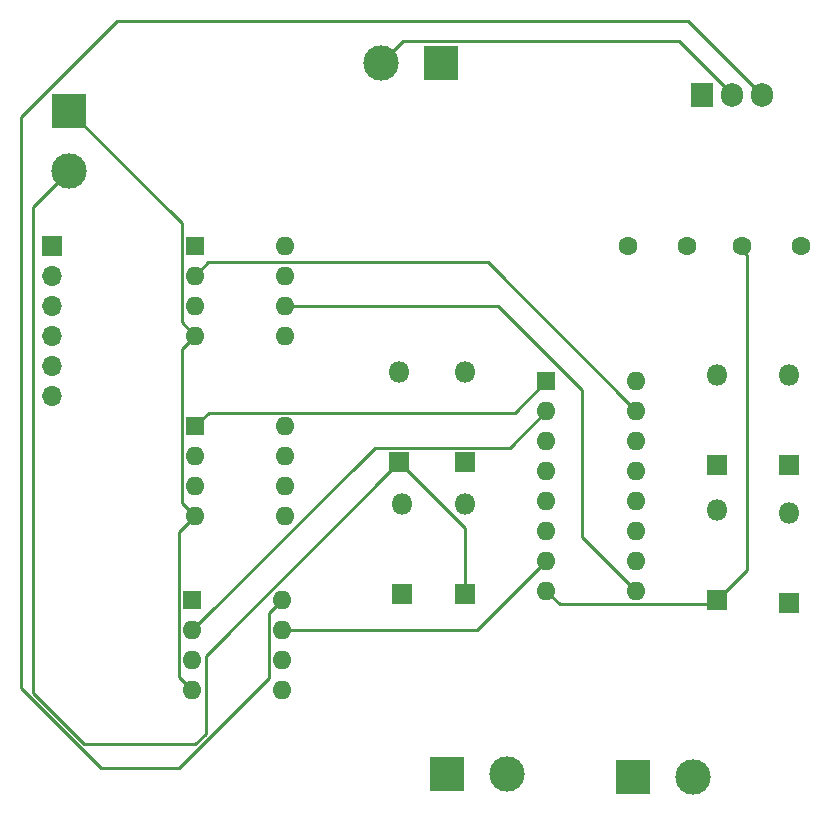
<source format=gbr>
%TF.GenerationSoftware,KiCad,Pcbnew,7.0.2*%
%TF.CreationDate,2023-10-11T17:53:06-05:00*%
%TF.ProjectId,motor_driver,6d6f746f-725f-4647-9269-7665722e6b69,rev?*%
%TF.SameCoordinates,Original*%
%TF.FileFunction,Copper,L2,Bot*%
%TF.FilePolarity,Positive*%
%FSLAX46Y46*%
G04 Gerber Fmt 4.6, Leading zero omitted, Abs format (unit mm)*
G04 Created by KiCad (PCBNEW 7.0.2) date 2023-10-11 17:53:06*
%MOMM*%
%LPD*%
G01*
G04 APERTURE LIST*
%TA.AperFunction,ComponentPad*%
%ADD10R,1.600000X1.600000*%
%TD*%
%TA.AperFunction,ComponentPad*%
%ADD11O,1.600000X1.600000*%
%TD*%
%TA.AperFunction,ComponentPad*%
%ADD12R,1.905000X2.000000*%
%TD*%
%TA.AperFunction,ComponentPad*%
%ADD13O,1.905000X2.000000*%
%TD*%
%TA.AperFunction,ComponentPad*%
%ADD14R,3.000000X3.000000*%
%TD*%
%TA.AperFunction,ComponentPad*%
%ADD15C,3.000000*%
%TD*%
%TA.AperFunction,ComponentPad*%
%ADD16R,1.700000X1.700000*%
%TD*%
%TA.AperFunction,ComponentPad*%
%ADD17O,1.700000X1.700000*%
%TD*%
%TA.AperFunction,ComponentPad*%
%ADD18R,1.800000X1.800000*%
%TD*%
%TA.AperFunction,ComponentPad*%
%ADD19O,1.800000X1.800000*%
%TD*%
%TA.AperFunction,ComponentPad*%
%ADD20C,1.600000*%
%TD*%
%TA.AperFunction,Conductor*%
%ADD21C,0.250000*%
%TD*%
G04 APERTURE END LIST*
D10*
%TO.P,U5,1*%
%TO.N,Net-(U1-4A)*%
X90668000Y-58410000D03*
D11*
%TO.P,U5,2,-*%
X90668000Y-60950000D03*
%TO.P,U5,3,+*%
%TO.N,M2_D2*%
X90668000Y-63490000D03*
%TO.P,U5,4,V-*%
%TO.N,GND*%
X90668000Y-66030000D03*
%TO.P,U5,5,+*%
%TO.N,M2_SPEED*%
X98288000Y-66030000D03*
%TO.P,U5,6,-*%
%TO.N,Net-(U1-EN3\u002C4)*%
X98288000Y-63490000D03*
%TO.P,U5,7*%
X98288000Y-60950000D03*
%TO.P,U5,8,V+*%
%TO.N,+5V*%
X98288000Y-58410000D03*
%TD*%
D10*
%TO.P,U4,1*%
%TO.N,Net-(U1-EN1\u002C2)*%
X90678000Y-73660000D03*
D11*
%TO.P,U4,2,-*%
X90678000Y-76200000D03*
%TO.P,U4,3,+*%
%TO.N,M1_SPEED*%
X90678000Y-78740000D03*
%TO.P,U4,4,V-*%
%TO.N,GND*%
X90678000Y-81280000D03*
%TO.P,U4,5,+*%
%TO.N,M2_D1*%
X98298000Y-81280000D03*
%TO.P,U4,6,-*%
%TO.N,Net-(U1-3A)*%
X98298000Y-78740000D03*
%TO.P,U4,7*%
X98298000Y-76200000D03*
%TO.P,U4,8,V+*%
%TO.N,+5V*%
X98298000Y-73660000D03*
%TD*%
D10*
%TO.P,U3,1*%
%TO.N,Net-(U1-1A)*%
X90424000Y-88392000D03*
D11*
%TO.P,U3,2,-*%
X90424000Y-90932000D03*
%TO.P,U3,3,+*%
%TO.N,M1_D1*%
X90424000Y-93472000D03*
%TO.P,U3,4,V-*%
%TO.N,GND*%
X90424000Y-96012000D03*
%TO.P,U3,5,+*%
%TO.N,M1_D2*%
X98044000Y-96012000D03*
%TO.P,U3,6,-*%
%TO.N,Net-(U1-2A)*%
X98044000Y-93472000D03*
%TO.P,U3,7*%
X98044000Y-90932000D03*
%TO.P,U3,8,V+*%
%TO.N,+5V*%
X98044000Y-88392000D03*
%TD*%
D12*
%TO.P,U2,1,IN*%
%TO.N,VCC*%
X133604000Y-45649000D03*
D13*
%TO.P,U2,2,GND*%
%TO.N,GND*%
X136144000Y-45649000D03*
%TO.P,U2,3,OUT*%
%TO.N,+5V*%
X138684000Y-45649000D03*
%TD*%
D10*
%TO.P,U1,1,EN1\u002C2*%
%TO.N,Net-(U1-EN1\u002C2)*%
X120396000Y-69850000D03*
D11*
%TO.P,U1,2,1A*%
%TO.N,Net-(U1-1A)*%
X120396000Y-72390000D03*
%TO.P,U1,3,1Y*%
%TO.N,Net-(D3-K)*%
X120396000Y-74930000D03*
%TO.P,U1,4,GND*%
%TO.N,GND*%
X120396000Y-77470000D03*
%TO.P,U1,5,GND*%
X120396000Y-80010000D03*
%TO.P,U1,6,2Y*%
%TO.N,Net-(D5-K)*%
X120396000Y-82550000D03*
%TO.P,U1,7,2A*%
%TO.N,Net-(U1-2A)*%
X120396000Y-85090000D03*
%TO.P,U1,8,VCC2*%
%TO.N,VCC*%
X120396000Y-87630000D03*
%TO.P,U1,9,EN3\u002C4*%
%TO.N,Net-(U1-EN3\u002C4)*%
X128016000Y-87630000D03*
%TO.P,U1,10,3A*%
%TO.N,Net-(U1-3A)*%
X128016000Y-85090000D03*
%TO.P,U1,11,3Y*%
%TO.N,Net-(D11-K)*%
X128016000Y-82550000D03*
%TO.P,U1,12,GND*%
%TO.N,GND*%
X128016000Y-80010000D03*
%TO.P,U1,13,GND*%
X128016000Y-77470000D03*
%TO.P,U1,14,4Y*%
%TO.N,Net-(D10-A)*%
X128016000Y-74930000D03*
%TO.P,U1,15,4A*%
%TO.N,Net-(U1-4A)*%
X128016000Y-72390000D03*
%TO.P,U1,16,VCC1*%
%TO.N,+5V*%
X128016000Y-69850000D03*
%TD*%
D14*
%TO.P,J5,1,Pin_1*%
%TO.N,+5V*%
X111506000Y-42926000D03*
D15*
%TO.P,J5,2,Pin_2*%
%TO.N,GND*%
X106426000Y-42926000D03*
%TD*%
D16*
%TO.P,J4,1,Pin_1*%
%TO.N,M2_SPEED*%
X78511000Y-58445000D03*
D17*
%TO.P,J4,2,Pin_2*%
%TO.N,M2_D2*%
X78511000Y-60985000D03*
%TO.P,J4,3,Pin_3*%
%TO.N,M2_D1*%
X78511000Y-63525000D03*
%TO.P,J4,4,Pin_4*%
%TO.N,M1_SPEED*%
X78511000Y-66065000D03*
%TO.P,J4,5,Pin_5*%
%TO.N,M1_D2*%
X78511000Y-68605000D03*
%TO.P,J4,6,Pin_6*%
%TO.N,M1_D1*%
X78511000Y-71145000D03*
%TD*%
D14*
%TO.P,J3,1,Pin_1*%
%TO.N,Net-(D11-K)*%
X127762000Y-103378000D03*
D15*
%TO.P,J3,2,Pin_2*%
%TO.N,Net-(D10-A)*%
X132842000Y-103378000D03*
%TD*%
D14*
%TO.P,J2,1,Pin_1*%
%TO.N,Net-(D3-K)*%
X112014000Y-103124000D03*
D15*
%TO.P,J2,2,Pin_2*%
%TO.N,Net-(D5-K)*%
X117094000Y-103124000D03*
%TD*%
D14*
%TO.P,J1,1,Pin_1*%
%TO.N,GND*%
X80010000Y-46990000D03*
D15*
%TO.P,J1,2,Pin_2*%
%TO.N,VCC*%
X80010000Y-52070000D03*
%TD*%
D18*
%TO.P,D12,1,K*%
%TO.N,Net-(D10-A)*%
X140970000Y-76962000D03*
D19*
%TO.P,D12,2,A*%
%TO.N,GND*%
X140970000Y-69342000D03*
%TD*%
%TO.P,D11,2,A*%
%TO.N,GND*%
X134874000Y-69342000D03*
D18*
%TO.P,D11,1,K*%
%TO.N,Net-(D11-K)*%
X134874000Y-76962000D03*
%TD*%
%TO.P,D10,1,K*%
%TO.N,VCC*%
X140970000Y-88646000D03*
D19*
%TO.P,D10,2,A*%
%TO.N,Net-(D10-A)*%
X140970000Y-81026000D03*
%TD*%
%TO.P,D9,2,A*%
%TO.N,Net-(D11-K)*%
X134874000Y-80772000D03*
D18*
%TO.P,D9,1,K*%
%TO.N,VCC*%
X134874000Y-88392000D03*
%TD*%
%TO.P,D6,1,K*%
%TO.N,VCC*%
X107940000Y-76718000D03*
D19*
%TO.P,D6,2,A*%
%TO.N,Net-(D5-K)*%
X107940000Y-69098000D03*
%TD*%
D18*
%TO.P,D5,1,K*%
%TO.N,Net-(D5-K)*%
X108194000Y-87894000D03*
D19*
%TO.P,D5,2,A*%
%TO.N,GND*%
X108194000Y-80274000D03*
%TD*%
D18*
%TO.P,D4,1,K*%
%TO.N,VCC*%
X113528000Y-87894000D03*
D19*
%TO.P,D4,2,A*%
%TO.N,Net-(D3-K)*%
X113528000Y-80274000D03*
%TD*%
D18*
%TO.P,D3,1,K*%
%TO.N,Net-(D3-K)*%
X113528000Y-76718000D03*
D19*
%TO.P,D3,2,A*%
%TO.N,GND*%
X113528000Y-69098000D03*
%TD*%
D20*
%TO.P,C2,1*%
%TO.N,+5V*%
X127334000Y-58420000D03*
%TO.P,C2,2*%
%TO.N,GND*%
X132334000Y-58420000D03*
%TD*%
%TO.P,C1,1*%
%TO.N,VCC*%
X136986000Y-58420000D03*
%TO.P,C1,2*%
%TO.N,GND*%
X141986000Y-58420000D03*
%TD*%
D21*
%TO.N,+5V*%
X132405000Y-39370000D02*
X138684000Y-45649000D01*
X84074000Y-39370000D02*
X132405000Y-39370000D01*
X75946000Y-95886396D02*
X75946000Y-47498000D01*
X82675604Y-102616000D02*
X75946000Y-95886396D01*
X96919000Y-94979396D02*
X89282396Y-102616000D01*
X89282396Y-102616000D02*
X82675604Y-102616000D01*
X75946000Y-47498000D02*
X84074000Y-39370000D01*
X96919000Y-89517000D02*
X96919000Y-94979396D01*
X98044000Y-88392000D02*
X96919000Y-89517000D01*
%TO.N,VCC*%
X76962000Y-55118000D02*
X80010000Y-52070000D01*
X81280000Y-100584000D02*
X76962000Y-96266000D01*
X90678000Y-100584000D02*
X81280000Y-100584000D01*
X76962000Y-96266000D02*
X76962000Y-55118000D01*
X91549000Y-99713000D02*
X90678000Y-100584000D01*
X91549000Y-93109000D02*
X91549000Y-99713000D01*
X107940000Y-76718000D02*
X91549000Y-93109000D01*
%TO.N,GND*%
X131643500Y-41101000D02*
X108251000Y-41101000D01*
X108251000Y-41101000D02*
X106426000Y-42926000D01*
X136144000Y-45601500D02*
X131643500Y-41101000D01*
X136144000Y-45649000D02*
X136144000Y-45601500D01*
X89553000Y-80155000D02*
X90678000Y-81280000D01*
X89553000Y-67145000D02*
X89553000Y-80155000D01*
X90668000Y-66030000D02*
X89553000Y-67145000D01*
X89299000Y-94887000D02*
X90424000Y-96012000D01*
X89299000Y-82659000D02*
X89299000Y-94887000D01*
X90678000Y-81280000D02*
X89299000Y-82659000D01*
%TO.N,Net-(U1-2A)*%
X98044000Y-90932000D02*
X114554000Y-90932000D01*
X114554000Y-90932000D02*
X120396000Y-85090000D01*
%TO.N,Net-(U1-1A)*%
X105863000Y-75493000D02*
X117293000Y-75493000D01*
X117293000Y-75493000D02*
X120396000Y-72390000D01*
X90424000Y-90932000D02*
X105863000Y-75493000D01*
%TO.N,Net-(U1-EN1\u002C2)*%
X117711000Y-72535000D02*
X120396000Y-69850000D01*
X91803000Y-72535000D02*
X117711000Y-72535000D01*
X90678000Y-73660000D02*
X91803000Y-72535000D01*
%TO.N,Net-(U1-EN3\u002C4)*%
X116286000Y-63490000D02*
X98288000Y-63490000D01*
X123444000Y-70648000D02*
X116286000Y-63490000D01*
X123444000Y-83058000D02*
X123444000Y-70648000D01*
X128016000Y-87630000D02*
X123444000Y-83058000D01*
%TO.N,Net-(U1-4A)*%
X115451000Y-59825000D02*
X128016000Y-72390000D01*
X91793000Y-59825000D02*
X115451000Y-59825000D01*
X90668000Y-60950000D02*
X91793000Y-59825000D01*
%TO.N,GND*%
X89543000Y-56523000D02*
X89543000Y-64905000D01*
X80010000Y-46990000D02*
X89543000Y-56523000D01*
X89543000Y-64905000D02*
X90668000Y-66030000D01*
%TO.N,VCC*%
X113528000Y-82306000D02*
X107940000Y-76718000D01*
X113528000Y-87894000D02*
X113528000Y-82306000D01*
X137414000Y-85852000D02*
X134874000Y-88392000D01*
X136986000Y-58754000D02*
X137414000Y-59182000D01*
X137414000Y-59182000D02*
X137414000Y-85852000D01*
X136986000Y-58420000D02*
X136986000Y-58754000D01*
X121521000Y-88755000D02*
X120396000Y-87630000D01*
X134874000Y-88392000D02*
X134511000Y-88755000D01*
X134511000Y-88755000D02*
X121521000Y-88755000D01*
%TD*%
M02*

</source>
